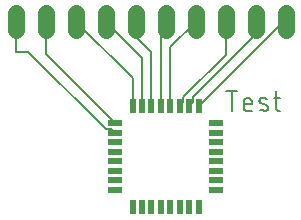
<source format=gbr>
G04 EAGLE Gerber RS-274X export*
G75*
%MOMM*%
%FSLAX34Y34*%
%LPD*%
%INTop Copper*%
%IPPOS*%
%AMOC8*
5,1,8,0,0,1.08239X$1,22.5*%
G01*
%ADD10C,0.152400*%
%ADD11R,0.558800X1.270000*%
%ADD12R,1.270000X0.558800*%
%ADD13C,1.422400*%


D10*
X195778Y902462D02*
X195778Y918718D01*
X200293Y918718D02*
X191262Y918718D01*
X208422Y902462D02*
X212937Y902462D01*
X208422Y902462D02*
X208321Y902464D01*
X208220Y902470D01*
X208119Y902479D01*
X208018Y902492D01*
X207918Y902509D01*
X207819Y902530D01*
X207721Y902554D01*
X207624Y902582D01*
X207527Y902614D01*
X207432Y902649D01*
X207339Y902688D01*
X207247Y902730D01*
X207156Y902776D01*
X207068Y902825D01*
X206981Y902877D01*
X206896Y902933D01*
X206813Y902991D01*
X206733Y903053D01*
X206655Y903118D01*
X206579Y903185D01*
X206506Y903255D01*
X206436Y903328D01*
X206369Y903404D01*
X206304Y903482D01*
X206242Y903562D01*
X206184Y903645D01*
X206128Y903730D01*
X206076Y903817D01*
X206027Y903905D01*
X205981Y903996D01*
X205939Y904088D01*
X205900Y904181D01*
X205865Y904276D01*
X205833Y904373D01*
X205805Y904470D01*
X205781Y904568D01*
X205760Y904667D01*
X205743Y904767D01*
X205730Y904868D01*
X205721Y904969D01*
X205715Y905070D01*
X205713Y905171D01*
X205712Y905171D02*
X205712Y909687D01*
X205713Y909687D02*
X205715Y909806D01*
X205721Y909926D01*
X205731Y910045D01*
X205745Y910163D01*
X205762Y910282D01*
X205784Y910399D01*
X205809Y910516D01*
X205839Y910631D01*
X205872Y910746D01*
X205909Y910860D01*
X205949Y910972D01*
X205994Y911083D01*
X206042Y911192D01*
X206093Y911300D01*
X206148Y911406D01*
X206207Y911510D01*
X206269Y911612D01*
X206334Y911712D01*
X206403Y911810D01*
X206475Y911906D01*
X206550Y911999D01*
X206627Y912089D01*
X206708Y912177D01*
X206792Y912262D01*
X206879Y912344D01*
X206968Y912424D01*
X207060Y912500D01*
X207154Y912574D01*
X207251Y912644D01*
X207349Y912711D01*
X207450Y912775D01*
X207554Y912835D01*
X207659Y912892D01*
X207766Y912945D01*
X207874Y912995D01*
X207984Y913041D01*
X208096Y913083D01*
X208209Y913122D01*
X208323Y913157D01*
X208438Y913188D01*
X208555Y913216D01*
X208672Y913239D01*
X208789Y913259D01*
X208908Y913275D01*
X209027Y913287D01*
X209146Y913295D01*
X209265Y913299D01*
X209385Y913299D01*
X209504Y913295D01*
X209623Y913287D01*
X209742Y913275D01*
X209861Y913259D01*
X209978Y913239D01*
X210095Y913216D01*
X210212Y913188D01*
X210327Y913157D01*
X210441Y913122D01*
X210554Y913083D01*
X210666Y913041D01*
X210776Y912995D01*
X210884Y912945D01*
X210991Y912892D01*
X211096Y912835D01*
X211200Y912775D01*
X211301Y912711D01*
X211399Y912644D01*
X211496Y912574D01*
X211590Y912500D01*
X211682Y912424D01*
X211771Y912344D01*
X211858Y912262D01*
X211942Y912177D01*
X212023Y912089D01*
X212100Y911999D01*
X212175Y911906D01*
X212247Y911810D01*
X212316Y911712D01*
X212381Y911612D01*
X212443Y911510D01*
X212502Y911406D01*
X212557Y911300D01*
X212608Y911192D01*
X212656Y911083D01*
X212701Y910972D01*
X212741Y910860D01*
X212778Y910746D01*
X212811Y910631D01*
X212841Y910516D01*
X212866Y910399D01*
X212888Y910282D01*
X212905Y910163D01*
X212919Y910045D01*
X212929Y909926D01*
X212935Y909806D01*
X212937Y909687D01*
X212937Y907881D01*
X205712Y907881D01*
X220614Y908784D02*
X225129Y906978D01*
X220614Y908784D02*
X220526Y908821D01*
X220440Y908862D01*
X220355Y908906D01*
X220272Y908954D01*
X220192Y909005D01*
X220113Y909059D01*
X220037Y909117D01*
X219963Y909177D01*
X219891Y909241D01*
X219823Y909307D01*
X219757Y909377D01*
X219694Y909448D01*
X219633Y909523D01*
X219576Y909599D01*
X219523Y909678D01*
X219472Y909759D01*
X219425Y909842D01*
X219381Y909927D01*
X219341Y910014D01*
X219304Y910102D01*
X219271Y910192D01*
X219241Y910283D01*
X219216Y910375D01*
X219194Y910468D01*
X219176Y910562D01*
X219161Y910656D01*
X219151Y910751D01*
X219145Y910847D01*
X219142Y910942D01*
X219143Y911038D01*
X219149Y911133D01*
X219158Y911229D01*
X219171Y911323D01*
X219187Y911417D01*
X219208Y911511D01*
X219233Y911603D01*
X219261Y911694D01*
X219293Y911784D01*
X219328Y911873D01*
X219367Y911960D01*
X219410Y912046D01*
X219456Y912130D01*
X219506Y912211D01*
X219558Y912291D01*
X219614Y912369D01*
X219674Y912444D01*
X219736Y912516D01*
X219801Y912586D01*
X219869Y912654D01*
X219939Y912718D01*
X220012Y912780D01*
X220088Y912838D01*
X220166Y912894D01*
X220246Y912946D01*
X220328Y912995D01*
X220412Y913040D01*
X220498Y913082D01*
X220585Y913121D01*
X220674Y913156D01*
X220765Y913187D01*
X220856Y913214D01*
X220949Y913238D01*
X221042Y913258D01*
X221136Y913274D01*
X221231Y913286D01*
X221326Y913295D01*
X221422Y913299D01*
X221517Y913300D01*
X221764Y913293D01*
X222010Y913281D01*
X222256Y913263D01*
X222502Y913238D01*
X222746Y913208D01*
X222990Y913172D01*
X223233Y913131D01*
X223475Y913083D01*
X223716Y913029D01*
X223955Y912970D01*
X224193Y912905D01*
X224429Y912834D01*
X224664Y912758D01*
X224897Y912676D01*
X225127Y912588D01*
X225355Y912495D01*
X225582Y912397D01*
X225130Y906977D02*
X225218Y906940D01*
X225304Y906899D01*
X225389Y906855D01*
X225472Y906807D01*
X225552Y906756D01*
X225631Y906702D01*
X225707Y906644D01*
X225781Y906584D01*
X225853Y906520D01*
X225921Y906454D01*
X225987Y906384D01*
X226050Y906313D01*
X226111Y906238D01*
X226168Y906162D01*
X226221Y906083D01*
X226272Y906002D01*
X226319Y905919D01*
X226363Y905834D01*
X226403Y905747D01*
X226440Y905659D01*
X226473Y905569D01*
X226503Y905478D01*
X226528Y905386D01*
X226550Y905293D01*
X226568Y905199D01*
X226583Y905105D01*
X226593Y905010D01*
X226599Y904914D01*
X226602Y904819D01*
X226601Y904723D01*
X226595Y904628D01*
X226586Y904532D01*
X226573Y904438D01*
X226557Y904344D01*
X226536Y904250D01*
X226511Y904158D01*
X226483Y904067D01*
X226451Y903977D01*
X226416Y903888D01*
X226377Y903801D01*
X226334Y903715D01*
X226288Y903631D01*
X226238Y903550D01*
X226186Y903470D01*
X226130Y903392D01*
X226070Y903317D01*
X226008Y903245D01*
X225943Y903175D01*
X225875Y903107D01*
X225805Y903043D01*
X225732Y902981D01*
X225656Y902923D01*
X225578Y902867D01*
X225498Y902815D01*
X225416Y902766D01*
X225332Y902721D01*
X225246Y902679D01*
X225159Y902640D01*
X225070Y902605D01*
X224979Y902574D01*
X224888Y902547D01*
X224795Y902523D01*
X224702Y902503D01*
X224608Y902487D01*
X224513Y902475D01*
X224418Y902466D01*
X224322Y902462D01*
X224227Y902461D01*
X224226Y902462D02*
X223864Y902471D01*
X223502Y902489D01*
X223141Y902516D01*
X222781Y902551D01*
X222421Y902594D01*
X222062Y902646D01*
X221705Y902707D01*
X221350Y902776D01*
X220996Y902853D01*
X220644Y902939D01*
X220294Y903033D01*
X219946Y903136D01*
X219601Y903246D01*
X219259Y903365D01*
X231509Y913299D02*
X236928Y913299D01*
X233315Y918718D02*
X233315Y905171D01*
X233316Y905171D02*
X233318Y905070D01*
X233324Y904969D01*
X233333Y904868D01*
X233346Y904767D01*
X233363Y904667D01*
X233384Y904568D01*
X233408Y904470D01*
X233436Y904373D01*
X233468Y904276D01*
X233503Y904181D01*
X233542Y904088D01*
X233584Y903996D01*
X233630Y903905D01*
X233679Y903817D01*
X233731Y903730D01*
X233787Y903645D01*
X233845Y903562D01*
X233907Y903482D01*
X233972Y903404D01*
X234039Y903328D01*
X234109Y903255D01*
X234182Y903185D01*
X234258Y903118D01*
X234336Y903053D01*
X234416Y902991D01*
X234499Y902933D01*
X234584Y902877D01*
X234671Y902825D01*
X234759Y902776D01*
X234850Y902730D01*
X234942Y902688D01*
X235035Y902649D01*
X235130Y902614D01*
X235227Y902582D01*
X235324Y902554D01*
X235422Y902530D01*
X235521Y902509D01*
X235621Y902492D01*
X235722Y902479D01*
X235823Y902470D01*
X235924Y902464D01*
X236025Y902462D01*
X236928Y902462D01*
D11*
X167700Y906526D03*
X159700Y906526D03*
X151700Y906526D03*
X143700Y906526D03*
X135700Y906526D03*
X127700Y906526D03*
X119700Y906526D03*
X111700Y906526D03*
D12*
X96774Y891600D03*
X96774Y883600D03*
X96774Y875600D03*
X96774Y867600D03*
X96774Y859600D03*
X96774Y851600D03*
X96774Y843600D03*
X96774Y835600D03*
D11*
X111700Y820674D03*
X119700Y820674D03*
X127700Y820674D03*
X135700Y820674D03*
X143700Y820674D03*
X151700Y820674D03*
X159700Y820674D03*
X167700Y820674D03*
D12*
X182626Y835600D03*
X182626Y843600D03*
X182626Y851600D03*
X182626Y859600D03*
X182626Y867600D03*
X182626Y875600D03*
X182626Y883600D03*
X182626Y891600D03*
D13*
X241300Y970788D02*
X241300Y985012D01*
X215900Y985012D02*
X215900Y970788D01*
X190500Y970788D02*
X190500Y985012D01*
X165100Y985012D02*
X165100Y970788D01*
X139700Y970788D02*
X139700Y985012D01*
X88900Y985012D02*
X88900Y970788D01*
X114300Y970788D02*
X114300Y985012D01*
X12700Y985012D02*
X12700Y970788D01*
X63500Y970788D02*
X63500Y985012D01*
X38100Y985012D02*
X38100Y970788D01*
D10*
X167700Y906526D02*
X239074Y977900D01*
X241300Y977900D01*
X162620Y909446D02*
X159700Y906526D01*
X162620Y909446D02*
X162620Y913823D01*
X215900Y967103D02*
X215900Y977900D01*
X215900Y967103D02*
X162620Y913823D01*
X154620Y909446D02*
X151700Y906526D01*
X154620Y909446D02*
X154620Y913823D01*
X190500Y949703D02*
X190500Y977900D01*
X190500Y949703D02*
X154620Y913823D01*
X143700Y906526D02*
X143700Y956500D01*
X165100Y977900D01*
X135700Y973900D02*
X135700Y906526D01*
X135700Y973900D02*
X139700Y977900D01*
X127700Y951800D02*
X127700Y906526D01*
X127700Y951800D02*
X114300Y965200D01*
X114300Y977900D01*
X119700Y947100D02*
X119700Y906526D01*
X119700Y947100D02*
X88900Y977900D01*
X111700Y929700D02*
X111700Y906526D01*
X111700Y929700D02*
X63500Y977900D01*
X38100Y950274D02*
X96774Y891600D01*
X38100Y950274D02*
X38100Y977900D01*
X93854Y886520D02*
X96774Y883600D01*
X93854Y886520D02*
X89477Y886520D01*
X23497Y952500D02*
X12700Y952500D01*
X23497Y952500D02*
X89477Y886520D01*
X12700Y952500D02*
X12700Y977900D01*
M02*

</source>
